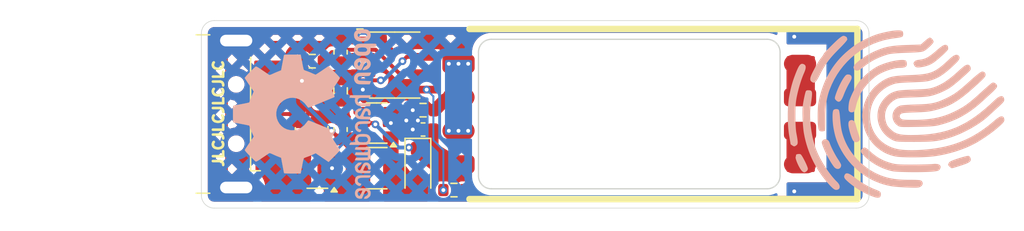
<source format=kicad_pcb>
(kicad_pcb (version 20240108) (generator "pcbnew") (generator_version "8.0")
  (layers (0 "F.Cu" signal) (31 "B.Cu" signal) (34 "B.Paste" user) (35 "F.Paste" user) (36 "B.SilkS" user "B.Silkscreen") (37 "F.SilkS" user "F.Silkscreen") (38 "B.Mask" user) (39 "F.Mask" user) (44 "Edge.Cuts" user))
  (net 0 "")
  (net 1 "Net-(D1-A)")
  (net 2 "Net-(D1-K)")
  (net 3 "Net-(D2-K)")
  (net 4 "Net-(D3-K)")
  (net 5 "Net-(D4-K)")
  (net 6 "GND")
  (net 7 "VBUS")
  (net 10 "Net-(U1-SO)")
  (net 11 "+5V")
  (net 12 "Net-(U1-OP1)")
  (net 14 "Net-(U1-VC)")
  (net 15 "Net-(U1-TI)")
  (net 16 "Net-(U2-EN)")
  (net 17 "Net-(U3-ISET)")
  (net 18 "/LX")
  (net 19 "Net-(R6-Pad1)")
  (footprint "Capacitor_SMD:C_0603_1608Metric" (layer "F.Cu") (at 141.7 116.2 180)
    (property "Reference" "C5" (hide yes))
    (property "Value" "4.7uF")
    (pad "1" smd roundrect (at -0.775 0 180) (size 0.9 0.95) (layers "F.Cu" "F.Paste" "F.Mask") (net 1 "Net-(D1-A)"))
    (pad "2" smd roundrect (at 0.775 0 180) (size 0.9 0.95) (layers "F.Cu" "F.Paste" "F.Mask") (net 6 "GND"))
  )
  (footprint "Diode_SMD:D_SOD-123F" (layer "F.Cu") (at 141.3 119.1 -90)
    (property "Reference" "D5" (hide yes))
    (property "Value" "SS14")
    (pad "1" smd roundrect (at -1.4 0 270) (size 1.1 1.1) (layers "F.Cu" "F.Paste" "F.Mask") (roundrect_rratio 0.2272727273) (net 1 "Net-(D1-A)"))
    (pad "2" smd roundrect (at 1.4 0 270) (size 1.1 1.1) (layers "F.Cu" "F.Paste" "F.Mask") (roundrect_rratio 0.2272727273) (net 18 "/LX"))
  )
  (footprint "my_footprint:陶瓷灯丝LED-26mm" (layer "F.Cu") (at 157.7 116.3)
    (property "Reference" "D2" (hide yes))
    (property "Value" "LED")
    (pad "1" smd roundrect (at -13.25 0) (size 2.5 1.4) (layers "F.Cu" "F.Paste" "F.Mask") (roundrect_rratio 0.5) (net 3 "Net-(D2-K)"))
    (pad "2" smd roundrect (at 13.25 0) (size 2.5 1.4) (layers "F.Cu" "F.Paste" "F.Mask") (net 2 "Net-(D1-K)"))
  )
  (footprint "Resistor_SMD:R_0603_1608Metric" (layer "F.Cu") (at 144.1 120.9 180)
    (property "Reference" "R6" (hide yes))
    (property "Value" "510R")
    (pad "1" smd roundrect (at -0.825 0 180) (size 0.8 0.95) (layers "F.Cu" "F.Paste" "F.Mask") (net 19 "Net-(R6-Pad1)"))
    (pad "2" smd roundrect (at 0.825 0 180) (size 0.8 0.95) (layers "F.Cu" "F.Paste" "F.Mask") (net 15 "Net-(U1-TI)"))
  )
  (footprint "my_footprint:陶瓷灯丝LED-26mm" (layer "F.Cu") (at 157.7 118.9 180)
    (property "Reference" "D1" (hide yes))
    (property "Value" "LED")
    (pad "1" smd roundrect (at -13.25 0 180) (size 2.5 1.4) (layers "F.Cu" "F.Paste" "F.Mask") (roundrect_rratio 0.5) (net 2 "Net-(D1-K)"))
    (pad "2" smd roundrect (at 13.25 0 180) (size 2.5 1.4) (layers "F.Cu" "F.Paste" "F.Mask") (net 1 "Net-(D1-A)"))
  )
  (footprint "Capacitor_SMD:C_0603_1608Metric" (layer "F.Cu") (at 132.3 116.2 90)
    (property "Reference" "C4" (hide yes))
    (property "Value" "10uF")
    (pad "1" smd roundrect (at -0.775 0 90) (size 0.9 0.95) (layers "F.Cu" "F.Paste" "F.Mask") (net 7 "VBUS"))
    (pad "2" smd roundrect (at 0.775 0 90) (size 0.9 0.95) (layers "F.Cu" "F.Paste" "F.Mask") (net 6 "GND"))
  )
  (footprint "Resistor_SMD:R_0603_1608Metric" (layer "F.Cu") (at 133.1 110.9)
    (property "Reference" "R1" (hide yes))
    (property "Value" "10K")
    (pad "1" smd roundrect (at -0.825 0) (size 0.8 0.95) (layers "F.Cu" "F.Paste" "F.Mask") (net 11 "+5V"))
    (pad "2" smd roundrect (at 0.825 0) (size 0.8 0.95) (layers "F.Cu" "F.Paste" "F.Mask") (net 12 "Net-(U1-OP1)"))
  )
  (footprint "my_footprint:陶瓷灯丝LED-26mm" (layer "F.Cu") (at 157.7 111.1 180)
    (property "Reference" "D3" (hide yes))
    (property "Value" "LED")
    (pad "1" smd roundrect (at -13.25 0 180) (size 2.5 1.4) (layers "F.Cu" "F.Paste" "F.Mask") (roundrect_rratio 0.5) (net 4 "Net-(D3-K)"))
    (pad "2" smd roundrect (at 13.25 0 180) (size 2.5 1.4) (layers "F.Cu" "F.Paste" "F.Mask") (net 3 "Net-(D2-K)"))
  )
  (footprint "Resistor_SMD:R_0603_1608Metric" (layer "F.Cu") (at 133.8 116.2 -90)
    (property "Reference" "R4" (hide yes))
    (property "Value" "10K")
    (pad "1" smd roundrect (at -0.825 0 270) (size 0.8 0.95) (layers "F.Cu" "F.Paste" "F.Mask") (net 6 "GND"))
    (pad "2" smd roundrect (at 0.825 0 270) (size 0.8 0.95) (layers "F.Cu" "F.Paste" "F.Mask") (net 17 "Net-(U3-ISET)"))
  )
  (footprint "Capacitor_SMD:C_0603_1608Metric" (layer "F.Cu") (at 132.3 113.2 -90)
    (property "Reference" "C2" (hide yes))
    (property "Value" "100nF")
    (pad "1" smd roundrect (at -0.775 0 270) (size 0.9 0.95) (layers "F.Cu" "F.Paste" "F.Mask") (net 11 "+5V"))
    (pad "2" smd roundrect (at 0.775 0 270) (size 0.9 0.95) (layers "F.Cu" "F.Paste" "F.Mask") (net 6 "GND"))
  )
  (footprint "my_footprint:陶瓷灯丝LED-26mm" (layer "F.Cu") (at 157.7 113.7)
    (property "Reference" "D4" (hide yes))
    (property "Value" "LED")
    (pad "1" smd roundrect (at -13.25 0) (size 2.5 1.4) (layers "F.Cu" "F.Paste" "F.Mask") (roundrect_rratio 0.5) (net 5 "Net-(D4-K)"))
    (pad "2" smd roundrect (at 13.25 0) (size 2.5 1.4) (layers "F.Cu" "F.Paste" "F.Mask") (net 4 "Net-(D3-K)"))
  )
  (footprint "Resistor_SMD:R_0603_1608Metric" (layer "F.Cu") (at 135.3 113.2 -90)
    (property "Reference" "R2" (hide yes))
    (property "Value" "1K")
    (pad "1" smd roundrect (at -0.825 0 270) (size 0.8 0.95) (layers "F.Cu" "F.Paste" "F.Mask") (net 10 "Net-(U1-SO)"))
    (pad "2" smd roundrect (at 0.825 0 270) (size 0.8 0.95) (layers "F.Cu" "F.Paste" "F.Mask") (net 16 "Net-(U2-EN)"))
  )
  (footprint "Package_TO_SOT_SMD:SOT-23-5" (layer "F.Cu") (at 133.5 119.2 180)
    (property "Reference" "U3" (hide yes))
    (property "Value" "SY6280")
    (pad "1" smd roundrect (at -1.1375 -0.95 180) (size 1.325 0.6) (layers "F.Cu" "F.Paste" "F.Mask") (net 11 "+5V"))
    (pad "2" smd roundrect (at -1.1375 0 180) (size 1.325 0.6) (layers "F.Cu" "F.Paste" "F.Mask") (net 6 "GND"))
    (pad "3" smd roundrect (at -1.1375 0.95 180) (size 1.325 0.6) (layers "F.Cu" "F.Paste" "F.Mask") (net 17 "Net-(U3-ISET)"))
    (pad "4" smd roundrect (at 1.1375 0.95 180) (size 1.325 0.6) (layers "F.Cu" "F.Paste" "F.Mask") (net 7 "VBUS"))
    (pad "5" smd roundrect (at 1.1375 -0.95 180) (size 1.325 0.6) (layers "F.Cu" "F.Paste" "F.Mask") (net 7 "VBUS"))
  )
  (footprint "Package_SO:SOIC-8_3.9x4.9mm_P1.27mm" (layer "F.Cu") (at 139.5 111.2)
    (property "Reference" "U1" (hide yes))
    (property "Value" "JL8022WJL")
    (pad "1" smd roundrect (at -2.475 -1.905) (size 1.95 0.6) (layers "F.Cu" "F.Paste" "F.Mask"))
    (pad "2" smd roundrect (at -2.475 -0.635) (size 1.95 0.6) (layers "F.Cu" "F.Paste" "F.Mask") (net 14 "Net-(U1-VC)"))
    (pad "3" smd roundrect (at -2.475 0.635) (size 1.95 0.6) (layers "F.Cu" "F.Paste" "F.Mask") (net 11 "+5V"))
    (pad "4" smd roundrect (at -2.475 1.905) (size 1.95 0.6) (layers "F.Cu" "F.Paste" "F.Mask") (net 6 "GND"))
    (pad "5" smd roundrect (at 2.475 1.905) (size 1.95 0.6) (layers "F.Cu" "F.Paste" "F.Mask") (net 15 "Net-(U1-TI)"))
    (pad "6" smd roundrect (at 2.475 0.635) (size 1.95 0.6) (layers "F.Cu" "F.Paste" "F.Mask") (net 12 "Net-(U1-OP1)"))
    (pad "7" smd roundrect (at 2.475 -0.635) (size 1.95 0.6) (layers "F.Cu" "F.Paste" "F.Mask") (net 10 "Net-(U1-SO)"))
    (pad "8" smd roundrect (at 2.475 -1.905) (size 1.95 0.6) (layers "F.Cu" "F.Paste" "F.Mask") (net 6 "GND"))
  )
  (footprint "Capacitor_SMD:C_0603_1608Metric" (layer "F.Cu") (at 135.3 116.2 90)
    (property "Reference" "C1" (hide yes))
    (property "Value" "10uF")
    (pad "1" smd roundrect (at -0.775 0 90) (size 0.9 0.95) (layers "F.Cu" "F.Paste" "F.Mask") (net 11 "+5V"))
    (pad "2" smd roundrect (at 0.775 0 90) (size 0.9 0.95) (layers "F.Cu" "F.Paste" "F.Mask") (net 6 "GND"))
  )
  (footprint "Inductor_SMD:L_Abracon_ASPI-3012S" (layer "F.Cu") (at 138.1 119.2)
    (property "Reference" "L1" (hide yes))
    (property "Value" "10uH")
    (pad "1" smd rect (at -1.15 0) (size 1 2.75) (layers "F.Cu" "F.Paste" "F.Mask") (net 11 "+5V"))
    (pad "2" smd rect (at 1.15 0) (size 1 2.75) (layers "F.Cu" "F.Paste" "F.Mask") (net 18 "/LX"))
  )
  (footprint "Capacitor_SMD:C_0603_1608Metric" (layer "F.Cu") (at 135.3 110.2 90)
    (property "Reference" "C3" (hide yes))
    (property "Value" "10nF")
    (pad "1" smd roundrect (at -0.775 0 90) (size 0.9 0.95) (layers "F.Cu" "F.Paste" "F.Mask") (net 14 "Net-(U1-VC)"))
    (pad "2" smd roundrect (at 0.775 0 90) (size 0.9 0.95) (layers "F.Cu" "F.Paste" "F.Mask") (net 6 "GND"))
  )
  (footprint "Package_TO_SOT_SMD:SOT-23-6" (layer "F.Cu") (at 138.1 115.7 180)
    (property "Reference" "U2" (hide yes))
    (property "Value" "SY7200")
    (pad "1" smd roundrect (at -1.1375 -0.95 180) (size 1.325 0.6) (layers "F.Cu" "F.Paste" "F.Mask") (net 18 "/LX"))
    (pad "2" smd roundrect (at -1.1375 0 180) (size 1.325 0.6) (layers "F.Cu" "F.Paste" "F.Mask") (net 6 "GND"))
    (pad "3" smd roundrect (at -1.1375 0.95 180) (size 1.325 0.6) (layers "F.Cu" "F.Paste" "F.Mask") (net 5 "Net-(D4-K)"))
    (pad "4" smd roundrect (at 1.1375 0.95 180) (size 1.325 0.6) (layers "F.Cu" "F.Paste" "F.Mask") (net 16 "Net-(U2-EN)"))
    (pad "5" smd roundrect (at 1.1375 0 180) (size 1.325 0.6) (layers "F.Cu" "F.Paste" "F.Mask") (net 1 "Net-(D1-A)"))
    (pad "6" smd roundrect (at 1.1375 -0.95 180) (size 1.325 0.6) (layers "F.Cu" "F.Paste" "F.Mask") (net 11 "+5V"))
  )
  (footprint "Connector_USB:USB_A_CNCTech_1001-011-01101_Horizontal" (layer "F.Cu") (at 120.3 115 180)
    (property "Reference" "J2" (hide yes))
    (property "Value" "USB_A")
    (pad "" np_thru_hole circle (at -6.9 -2.3 180) (size 1.1 1.1) (drill 1.1) (layers "*.Cu" "*.Mask"))
    (pad "" np_thru_hole circle (at -6.9 2.3 180) (size 1.1 1.1) (drill 1.1) (layers "*.Cu" "*.Mask"))
    (pad "1" smd rect (at -9.65 -3.5 180) (size 2.5 1.1) (layers "F.Cu" "F.Paste" "F.Mask") (net 7 "VBUS"))
    (pad "2" smd rect (at -9.65 -1 180) (size 2.5 1.1) (layers "F.Cu" "F.Paste" "F.Mask"))
    (pad "3" smd rect (at -9.65 1 180) (size 2.5 1.1) (layers "F.Cu" "F.Paste" "F.Mask"))
    (pad "4" smd rect (at -9.65 3.5 180) (size 2.5 1.1) (layers "F.Cu" "F.Paste" "F.Mask") (net 6 "GND"))
    (pad "5" thru_hole oval (at -6.9 -5.7 180) (size 3.5 1.9) (drill oval 2.5 0.9) (layers "*.Cu" "*.Mask") (net 6 "GND"))
    (pad "5" thru_hole oval (at -6.9 5.7 180) (size 3.5 1.9) (drill oval 2.5 0.9) (layers "*.Cu" "*.Mask") (net 6 "GND"))
  )
  (footprint "Resistor_SMD:R_0603_1608Metric" (layer "F.Cu") (at 141.7 114.7 180)
    (property "Reference" "R5" (hide yes))
    (property "Value" "2R")
    (pad "1" smd roundrect (at -0.825 0 180) (size 0.8 0.95) (layers "F.Cu" "F.Paste" "F.Mask") (net 5 "Net-(D4-K)"))
    (pad "2" smd roundrect (at 0.825 0 180) (size 0.8 0.95) (layers "F.Cu" "F.Paste" "F.Mask") (net 6 "GND"))
  )
  (footprint "Resistor_SMD:R_0603_1608Metric" (layer "F.Cu") (at 133.8 113.2 -90)
    (property "Reference" "R3" (hide yes))
    (property "Value" "10K")
    (pad "1" smd roundrect (at -0.825 0 270) (size 0.8 0.95) (layers "F.Cu" "F.Paste" "F.Mask") (net 6 "GND"))
    (pad "2" smd roundrect (at 0.825 0 270) (size 0.8 0.95) (layers "F.Cu" "F.Paste" "F.Mask") (net 16 "Net-(U2-EN)"))
  )
  (footprint "Symbol:OSHW-Logo2_14.6x12mm_SilkScreen" (layer "B.Cu") (at 132.5 115 -90)
    (property "Reference" "SYMBOL2" (hide yes))
    (property "Value" "符号" (hide yes))
  )
  (footprint "my_footprint:手指符号" (layer "B.Cu") (at 178.207041 115.358758 180)
    (property "Reference" "SYMBOL1" (hide yes))
    (property "Value" "符号" (hide yes))
  )
  (gr_line (start 145.3 108.4) (end 175.4 108.4) (stroke (width 0.5)) (layer "F.SilkS"))
  (gr_line (start 175.4 121.6) (end 145.3 121.6) (stroke (width 0.5)) (layer "F.SilkS"))
  (gr_line (start 175.4 108.4) (end 175.4 121.6) (stroke (width 0.5)) (layer "F.SilkS"))
  (gr_arc (start 168.4 109.2) (mid 169.107107 109.492893) (end 169.4 110.2) (stroke (width 0.1)) (layer "Edge.Cuts"))
  (gr_line (start 168.4 120.8) (end 147 120.8) (stroke (width 0.1)) (layer "Edge.Cuts"))
  (gr_line (start 176.3 108.75) (end 176.3 121.3) (stroke (width 0.05)) (layer "Edge.Cuts"))
  (gr_arc (start 124.5 108.75) (mid 124.792893 108.042893) (end 125.5 107.75) (stroke (width 0.05)) (layer "Edge.Cuts"))
  (gr_arc (start 175.3 107.75) (mid 176.007107 108.042893) (end 176.3 108.75) (stroke (width 0.05)) (layer "Edge.Cuts"))
  (gr_arc (start 176.3 121.3) (mid 176.007107 122.007107) (end 175.3 122.3) (stroke (width 0.05)) (layer "Edge.Cuts"))
  (gr_line (start 147 109.2) (end 168.4 109.2) (stroke (width 0.1)) (layer "Edge.Cuts"))
  (gr_arc (start 146 110.2) (mid 146.292893 109.492893) (end 147 109.2) (stroke (width 0.1)) (layer "Edge.Cuts"))
  (gr_arc (start 147 120.8) (mid 146.292893 120.507107) (end 146 119.8) (stroke (width 0.1)) (layer "Edge.Cuts"))
  (gr_line (start 175.3 122.3) (end 125.5 122.3) (stroke (width 0.05)) (layer "Edge.Cuts"))
  (gr_line (start 146 119.8) (end 146 110.2) (stroke (width 0.1)) (layer "Edge.Cuts"))
  (gr_arc (start 125.5 122.3) (mid 124.792893 122.007107) (end 124.5 121.3) (stroke (width 0.05)) (layer "Edge.Cuts"))
  (gr_line (start 124.5 121.3) (end 124.5 108.75) (stroke (width 0.05)) (layer "Edge.Cuts"))
  (gr_line (start 125.5 107.75) (end 175.3 107.75) (stroke (width 0.05)) (layer "Edge.Cuts"))
  (gr_line (start 169.4 110.2) (end 169.4 119.8) (stroke (width 0.1)) (layer "Edge.Cuts"))
  (gr_arc (start 169.4 119.8) (mid 169.107107 120.507107) (end 168.4 120.8) (stroke (width 0.1)) (layer "Edge.Cuts"))
  (gr_text "JLCJLCJLCJLC" (at 126.3 119.2 90) (layer "F.SilkS") (effects (font (size 0.8 0.8) (thickness 0.2) (bold yes)) (justify left bottom)))
  (segment (start 137.899994 115.7) (end 138 115.800006) (width 0.3) (layer "F.Cu") (net 1))
  (segment (start 143.2 119.6) (end 144.4 119.6) (width 0.3) (layer "F.Cu") (net 1))
  (segment (start 141.4 117.7) (end 141.4 117.275) (width 0.3) (layer "F.Cu") (net 1))
  (segment (start 141.4 117.7) (end 140.7 117.7) (width 0.3) (layer "F.Cu") (net 1))
  (segment (start 142.475 116.2) (end 142.475 117.675) (width 0.3) (layer "F.Cu") (net 1))
  (segment (start 142.475 117.675) (end 144.4 119.6) (width 0.3) (layer "F.Cu") (net 1))
  (segment (start 141.3 117.7) (end 143.2 119.6) (width 0.3) (layer "F.Cu") (net 1))
  (segment (start 141.4 117.275) (end 142.475 116.2) (width 0.3) (layer "F.Cu") (net 1))
  (segment (start 140.7 117.7) (end 140.6 117.6) (width 0.3) (layer "F.Cu") (net 1))
  (segment (start 136.9625 115.7) (end 137.899994 115.7) (width 0.3) (layer "F.Cu") (net 1))
  (via (at 138 115.800006) (size 0.6) (drill 0.3) (layers "F.Cu" "B.Cu") (net 1))
  (via (at 140.6 117.6) (size 0.6) (drill 0.3) (layers "F.Cu" "B.Cu") (net 1))
  (segment (start 139.799994 117.6) (end 138 115.800006) (width 0.3) (layer "B.Cu") (net 1))
  (segment (start 140.6 117.6) (end 139.799994 117.6) (width 0.3) (layer "B.Cu") (net 1))
  (segment (start 170.95 116.3) (end 170.95 118.9) (width 0.3) (layer "F.Cu") (net 2))
  (via (at 144.45 116.299992) (size 0.6) (drill 0.3) (layers "F.Cu" "B.Cu") (net 3))
  (via (at 145.2 116.3) (size 0.6) (drill 0.3) (layers "F.Cu" "B.Cu") (net 3))
  (via (at 143.7 116.3) (size 0.6) (drill 0.3) (layers "F.Cu" "B.Cu") (net 3))
  (via (at 144.450004 111.100008) (size 0.6) (drill 0.3) (layers "F.Cu" "B.Cu") (net 3))
  (via (at 143.7 111.1) (size 0.6) (drill 0.3) (layers "F.Cu" "B.Cu") (net 3))
  (via (at 145.2 111.1) (size 0.6) (drill 0.3) (layers "F.Cu" "B.Cu") (net 3))
  (segment (start 145.2 111.1) (end 145.2 116.3) (width 0.3) (layer "B.Cu") (net 3))
  (segment (start 143.7 111.1) (end 143.7 116.3) (width 0.3) (layer "B.Cu") (net 3))
  (segment (start 144.450004 111.100008) (end 144.450004 116.299988) (width 0.3) (layer "B.Cu") (net 3))
  (segment (start 144.450004 116.299988) (end 144.45 116.299992) (width 0.3) (layer "B.Cu") (net 3))
  (segment (start 170.95 111.1) (end 170.95 113.7) (width 0.3) (layer "F.Cu") (net 4))
  (segment (start 141.7125 113.8) (end 142.6125 114.7) (width 0.3) (layer "F.Cu") (net 5))
  (segment (start 143.4125 113.9) (end 144.45 113.9) (width 1) (layer "F.Cu") (net 5))
  (segment (start 142.6125 114.7) (end 143.4125 113.9) (width 1) (layer "F.Cu") (net 5))
  (segment (start 140.1875 113.8) (end 141.7125 113.8) (width 0.3) (layer "F.Cu") (net 5))
  (segment (start 139.2375 114.75) (end 140.1875 113.8) (width 0.3) (layer "F.Cu") (net 5))
  (segment (start 139.875 115.7) (end 140.875 114.7) (width 0.3) (layer "F.Cu") (net 6))
  (segment (start 133.75 115.425) (end 133.8 115.375) (width 0.3) (layer "F.Cu") (net 6))
  (segment (start 139.2 115.7) (end 140.4 115.7) (width 0.3) (layer "F.Cu") (net 6))
  (segment (start 134.6375 119.2) (end 134.637494 119.2) (width 0.3) (layer "F.Cu") (net 6))
  (segment (start 132.3 113.975) (end 132.3 113.875) (width 0.3) (layer "F.Cu") (net 6))
  (segment (start 135.3 109.425) (end 127.325 109.425) (width 0.2) (layer "F.Cu") (net 6))
  (segment (start 136.025 108.7) (end 141.38 108.7) (width 0.2) (layer "F.Cu") (net 6))
  (segment (start 132.3 113.875) (end 133.8 112.375) (width 0.3) (layer "F.Cu") (net 6))
  (segment (start 139.2375 115.7) (end 139.875 115.7) (width 0.3) (layer "F.Cu") (net 6))
  (segment (start 135.3 109.425) (end 136.025 108.7) (width 0.2) (layer "F.Cu") (net 6))
  (segment (start 132.3 115.425) (end 133.75 115.425) (width 0.3) (layer "F.Cu") (net 6))
  (segment (start 127.325 109.425) (end 127.2 109.3) (width 0.2) (layer "F.Cu") (net 6))
  (segment (start 140.925 116.2) (end 140.925 114.75) (width 0.3) (layer "F.Cu") (net 6))
  (segment (start 141.38 108.7) (end 141.975 109.295) (width 0.2) (layer "F.Cu") (net 6))
  (segment (start 132.3 113.975) (end 132.3 115.425) (width 0.3) (layer "F.Cu") (net 6))
  (segment (start 127.75 109.3) (end 129.95 111.5) (width 0.2) (layer "F.Cu") (net 6))
  (segment (start 127.2 109.3) (end 127.75 109.3) (width 0.2) (layer "F.Cu") (net 6))
  (segment (start 126.45 119.95) (end 127.2 120.7) (width 0.2) (layer "F.Cu") (net 6))
  (segment (start 140.925 114.75) (end 140.875 114.7) (width 0.3) (layer "F.Cu") (net 6))
  (segment (start 127.2 109.3) (end 126.45 110.05) (width 0.2) (layer "F.Cu") (net 6))
  (segment (start 133.8 115.375) (end 135.25 115.375) (width 0.3) (layer "F.Cu") (net 6))
  (segment (start 132.3 113.975) (end 132.3 113.85) (width 0.3) (layer "F.Cu") (net 6))
  (segment (start 135.25 115.375) (end 135.3 115.425) (width 0.3) (layer "F.Cu") (net 6))
  (segment (start 129.95 111.5) (end 129.95 111.625) (width 0.2) (layer "F.Cu") (net 6))
  (segment (start 132.3 113.85) (end 129.95 111.5) (width 0.3) (layer "F.Cu") (net 6))
  (segment (start 140.4 115.7) (end 140.9 116.2) (width 0.3) (layer "F.Cu") (net 6))
  (segment (start 137.025 113.105) (end 137.024994 113.105) (width 0.2) (layer "F.Cu") (net 6))
  (segment (start 126.45 110.05) (end 126.45 119.95) (width 0.2) (layer "F.Cu") (net 6))
  (via (at 140.9 114.7) (size 0.6) (drill 0.3) (layers "F.Cu" "B.Cu") (net 6))
  (via (at 137.024994 113.105) (size 0.6) (drill 0.3) (layers "F.Cu" "B.Cu") (net 6))
  (via (at 140.9 116.2) (size 0.6) (drill 0.3) (layers "F.Cu" "B.Cu") (net 6))
  (via (at 140.4 115.5) (size 0.6) (drill 0.3) (layers "F.Cu" "B.Cu") (net 6))
  (via (at 134.637494 119.2) (size 0.6) (drill 0.3) (layers "F.Cu" "B.Cu") (net 6))
  (via (at 141.3 115.5) (size 0.6) (drill 0.3) (layers "F.Cu" "B.Cu") (net 6))
  (via (at 139.2 115.7) (size 0.6) (drill 0.3) (layers "F.Cu" "B.Cu") (net 6))
  (segment (start 134.637494 118.155399) (end 134.637494 119.2) (width 0.2) (layer "B.Cu") (net 6))
  (segment (start 138.5 115) (end 137.792893 115) (width 0.2) (layer "B.Cu") (net 6))
  (segment (start 127.2 120.7) (end 133.137494 120.7) (width 0.3) (layer "B.Cu") (net 6))
  (segment (start 133.137494 120.7) (end 134.637494 119.2) (width 0.3) (layer "B.Cu") (net 6))
  (segment (start 139.2 115.7) (end 138.5 115) (width 0.2) (layer "B.Cu") (net 6))
  (segment (start 139.2 115.7) (end 137.024994 113.524994) (width 0.2) (layer "B.Cu") (net 6))
  (segment (start 137.024994 113.524994) (end 137.024994 113.105) (width 0.2) (layer "B.Cu") (net 6))
  (segment (start 137.792893 115) (end 134.637494 118.155399) (width 0.2) (layer "B.Cu") (net 6))
  (segment (start 132.3625 120.15) (end 131.6 120.15) (width 0.3) (layer "F.Cu") (net 7))
  (segment (start 131.6 120.15) (end 129.95 118.5) (width 0.3) (layer "F.Cu") (net 7))
  (segment (start 132.3 116.975) (end 132.3 118.1875) (width 0.3) (layer "F.Cu") (net 7))
  (segment (start 132.3625 118.25) (end 132.3625 120.15) (width 0.3) (layer "F.Cu") (net 7))
  (segment (start 132.3 118.1875) (end 132.3625 118.25) (width 0.3) (layer "F.Cu") (net 7))
  (segment (start 140.435 110.565) (end 140.1 110.9) (width 0.3) (layer "F.Cu") (net 10))
  (segment (start 135.3 112.375) (end 135.310004 112.385004) (width 0.3) (layer "F.Cu") (net 10))
  (segment (start 141.975 110.565) (end 140.435 110.565) (width 0.3) (layer "F.Cu") (net 10))
  (segment (start 135.310004 112.385004) (end 138.414996 112.385004) (width 0.3) (layer "F.Cu") (net 10))
  (via (at 138.414996 112.385004) (size 0.6) (drill 0.3) (layers "F.Cu" "B.Cu") (net 10))
  (via (at 140.1 110.9) (size 0.6) (drill 0.3) (layers "F.Cu" "B.Cu") (net 10))
  (segment (start 138.614996 112.385004) (end 138.414996 112.385004) (width 0.3) (layer "B.Cu") (net 10))
  (segment (start 140.1 110.9) (end 138.614996 112.385004) (width 0.3) (layer "B.Cu") (net 10))
  (segment (start 135.3 116.975) (end 136.6375 116.975) (width 0.3) (layer "F.Cu") (net 11))
  (segment (start 135.275 116.975) (end 134.6 116.3) (width 0.3) (layer "F.Cu") (net 11))
  (segment (start 132.275 110.9) (end 132.275 111) (width 0.3) (layer "F.Cu") (net 11))
  (segment (start 136 120.15) (end 134.6375 120.15) (width 0.3) (layer "F.Cu") (net 11))
  (segment (start 133 111.725) (end 132.3 112.425) (width 0.3) (layer "F.Cu") (net 11))
  (segment (start 136.9625 116.65) (end 136.9625 119.1875) (width 0.3) (layer "F.Cu") (net 11))
  (segment (start 136.915 111.725) (end 133 111.725) (width 0.3) (layer "F.Cu") (net 11))
  (segment (start 136.6375 116.975) (end 136.9625 116.65) (width 0.3) (layer "F.Cu") (net 11))
  (segment (start 137.025 111.835) (end 136.915 111.725) (width 0.3) (layer "F.Cu") (net 11))
  (segment (start 136.9625 119.1875) (end 136.95 119.2) (width 0.3) (layer "F.Cu") (net 11))
  (segment (start 132.3 112.425) (end 132.3 110.925) (width 0.3) (layer "F.Cu") (net 11))
  (segment (start 132.3 110.925) (end 132.275 110.9) (width 0.3) (layer "F.Cu") (net 11))
  (segment (start 136.95 119.2) (end 136 120.15) (width 0.3) (layer "F.Cu") (net 11))
  (segment (start 135.3 116.975) (end 135.275 116.975) (width 0.3) (layer "F.Cu") (net 11))
  (segment (start 132.275 111) (end 133 111.725) (width 0.3) (layer "F.Cu") (net 11))
  (via (at 134.6 116.3) (size 0.6) (drill 0.3) (layers "F.Cu" "B.Cu") (net 11))
  (via (at 132.3 112.424994) (size 0.6) (drill 0.3) (layers "F.Cu" "B.Cu") (net 11))
  (segment (start 134.6 116.3) (end 132.3 114) (width 0.3) (layer "B.Cu") (net 11))
  (segment (start 132.3 114) (end 132.3 112.424994) (width 0.3) (layer "B.Cu") (net 11))
  (segment (start 135.677986 110.2) (end 134.625 110.2) (width 0.3) (layer "F.Cu") (net 12))
  (segment (start 134.625 110.2) (end 133.925 110.9) (width 0.3) (layer "F.Cu") (net 12))
  (segment (start 138.019842 110.015) (end 135.862986 110.015) (width 0.3) (layer "F.Cu") (net 12))
  (segment (start 139.839842 111.835) (end 138.019842 110.015) (width 0.3) (layer "F.Cu") (net 12))
  (segment (start 135.862986 110.015) (end 135.677986 110.2) (width 0.3) (layer "F.Cu") (net 12))
  (segment (start 141.975 111.835) (end 139.839842 111.835) (width 0.3) (layer "F.Cu") (net 12))
  (segment (start 135.3 110.975) (end 135.71 110.565) (width 0.2) (layer "F.Cu") (net 14))
  (segment (start 135.71 110.565) (end 137.025 110.565) (width 0.2) (layer "F.Cu") (net 14))
  (segment (start 143.275 120.9) (end 143.274996 120.9) (width 0.15) (layer "F.Cu") (net 15))
  (via (at 143.274996 120.9) (size 0.6) (drill 0.3) (layers "F.Cu" "B.Cu") (net 15))
  (via (at 141.975 113.105) (size 0.6) (drill 0.3) (layers "F.Cu" "B.Cu") (net 15))
  (segment (start 142.5 113.63) (end 142.5 117.025004) (width 0.15) (layer "B.Cu") (net 15))
  (segment (start 141.975 113.105) (end 142.5 113.63) (width 0.15) (layer "B.Cu") (net 15))
  (segment (start 142.5 117.025004) (end 143.274996 117.8) (width 0.15) (layer "B.Cu") (net 15))
  (segment (start 143.274996 117.8) (end 143.274996 120.9) (width 0.15) (layer "B.Cu") (net 15))
  (segment (start 133.8 114.025) (end 135.3 114.025) (width 0.3) (layer "F.Cu") (net 16))
  (segment (start 136.2375 114.025) (end 136.9625 114.75) (width 0.3) (layer "F.Cu") (net 16))
  (segment (start 135.3 114.025) (end 136.2375 114.025) (width 0.3) (layer "F.Cu") (net 16))
  (segment (start 133.8 117.4125) (end 133.8 117.025) (width 0.3) (layer "F.Cu") (net 17))
  (segment (start 134.6375 118.25) (end 133.8 117.4125) (width 0.3) (layer "F.Cu") (net 17))
  (segment (start 139.2375 116.65) (end 139.2375 119.1875) (width 0.3) (layer "F.Cu") (net 18))
  (segment (start 139.25 119.2) (end 140.55 120.5) (width 0.3) (layer "F.Cu") (net 18))
  (segment (start 140.55 120.5) (end 141.4 120.5) (width 0.3) (layer "F.Cu") (net 18))
  (segment (start 139.2375 119.1875) (end 139.25 119.2) (width 0.3) (layer "F.Cu") (net 18))
  (segment (start 170 121.5) (end 170.5 121) (width 0.3) (layer "F.Cu") (net 19))
  (segment (start 145.525 121.5) (end 170 121.5) (width 0.3) (layer "F.Cu") (net 19))
  (segment (start 144.925 120.9) (end 145.525 121.5) (width 0.3) (layer "F.Cu") (net 19))
  (via (at 170.5 109) (size 0.6) (drill 0.3) (layers "F.Cu" "B.Cu") (net 19))
  (via (at 170.5 121) (size 0.6) (drill 0.3) (layers "F.Cu" "B.Cu") (net 19))
  (zone (net 2) (net_name "Net-(D1-K)") (layer "F.Cu") (priority 6) (connect_pads yes (clearance 0.2)) (min_thickness 0.25) (fill yes (thermal_gap 0.5) (thermal_bridge_width 0.5))
    (polygon (pts (xy 169.8 115.7) (xy 172.1 115.7) (xy 172.1 119.5) (xy 169.8 119.5)))
  )
  (zone (net 17) (net_name "Net-(U3-ISET)") (layer "F.Cu") (priority 9) (connect_pads yes (clearance 0.5)) (min_thickness 0.2) (fill yes (thermal_gap 0.5) (thermal_bridge_width 0.5))
    (polygon (pts (xy 133.4 116.7) (xy 134.2 116.7) (xy 134.2 117.3) (xy 135 118) (xy 135.2 118) (xy 135.2 118.5) (xy 134.1 118.5) (xy 133.4 117.5)))
  )
  (zone (net 7) (net_name "VBUS") (layer "F.Cu") (priority 9) (connect_pads yes (clearance 0.5)) (min_thickness 0.2) (fill yes (thermal_gap 0.5) (thermal_bridge_width 0.5))
    (polygon (pts (xy 131.9 116.6) (xy 131.3 117.5) (xy 128.7 117.9) (xy 128.7 122.7) (xy 133 122.7) (xy 133 118) (xy 132.8 117.3) (xy 132.8 116.6)))
  )
  (zone (net 11) (net_name "+5V") (layer "F.Cu") (priority 9) (connect_pads yes (clearance 0.3)) (min_thickness 0.2) (fill yes (thermal_gap 0.5) (thermal_bridge_width 0.5))
    (polygon (pts (xy 134 119.9) (xy 134 122.7) (xy 137.6 122.7) (xy 137.6 116.4) (xy 136.3 116.4) (xy 134.9 116.6) (xy 134.9 117.379537) (xy 135.5 117.389769) (xy 135.7 117.6) (xy 135.7 118.8) (xy 135.7 119.6) (xy 135.4 119.9)))
  )
  (zone (net 4) (net_name "Net-(D3-K)") (layer "F.Cu") (priority 6) (connect_pads yes (clearance 0.2)) (min_thickness 0.25) (fill yes (thermal_gap 0.5) (thermal_bridge_width 0.5))
    (polygon (pts (xy 169.8 114.3) (xy 169.8 110.5) (xy 172.1 110.5) (xy 172.1 114.3)))
  )
  (zone (net 18) (net_name "/LX") (layer "F.Cu") (priority 9) (connect_pads yes (clearance 0.5)) (min_thickness 0.2) (fill yes (thermal_gap 0.5) (thermal_bridge_width 0.5))
    (polygon (pts (xy 138.6 116.4) (xy 139.8 116.4) (xy 139.8 118.3) (xy 140.8 119.6) (xy 141.9 119.6) (xy 142.1 119.8) (xy 142.1 122.8) (xy 138.6 122.8)))
  )
  (zone (net 6) (net_name "GND") (layer "F.Cu") (priority 9) (connect_pads yes (clearance 0.2)) (min_thickness 0.2) (fill yes (thermal_gap 0.5) (thermal_bridge_width 0.5))
    (polygon (pts (xy 138.6 115.4) (xy 139.8 115.4) (xy 140.5 114.8) (xy 140.5 114.3) (xy 141.3 114.3) (xy 141.6 114.6) (xy 141.6 116.2) (xy 141.3 116.6) (xy 140.6 116.6) (xy 139.9 116) (xy 138.6 116)))
  )
  (zone (net 1) (net_name "Net-(D1-A)") (layer "F.Cu") (priority 9) (connect_pads yes (clearance 0.2)) (min_thickness 0.2) (fill yes (thermal_gap 0.5) (thermal_bridge_width 0.5))
    (polygon (pts (xy 142.8 119.7) (xy 140.9 118.2) (xy 140.9 117.2) (xy 141.3 117.2) (xy 142.1 116.4) (xy 142.1 115.8) (xy 142.9 115.8) (xy 142.9 117.4) (xy 145.5 119) (xy 145.5 122.8) (xy 142.8 122.8)))
  )
  (zone (net 19) (net_name "Net-(R6-Pad1)") (layers "F&B.Cu") (priority 6) (connect_pads (clearance 0.2)) (min_thickness 0.25) (fill yes (thermal_gap 0.5) (thermal_bridge_width 0.5))
    (polygon (pts (xy 177.1 124.1) (xy 177.1 106.6) (xy 169.9 106.6) (xy 169.9 109.6) (xy 173 109.6) (xy 173 120.3) (xy 169.9 120.3) (xy 169.9 124.1)))
  )
  (zone (net 6) (net_name "GND") (layers "F&B.Cu") (connect_pads yes (clearance 0.3)) (min_thickness 0.2) (fill yes (mode hatch) (thermal_gap 0.5) (thermal_bridge_width 0.5) (hatch_thickness 0.6) (hatch_gap 0.6) (hatch_orientation 45) (hatch_border_algorithm hatch_thickness) (hatch_min_hole_area 0.3))
    (polygon (pts (xy 123 106.6) (xy 169.2 106.5) (xy 169.2 124) (xy 123 124)))
  )
  (zone (net 3) (net_name "Net-(D2-K)") (layer "B.Cu") (priority 6) (connect_pads (clearance 0.2)) (min_thickness 0.25) (fill yes (thermal_gap 0.5) (thermal_bridge_width 0.5))
    (polygon (pts (xy 143.4 110.8) (xy 145.5 110.8) (xy 145.5 116.6) (xy 143.4 116.6)))
  )
)
</source>
